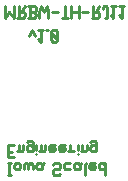
<source format=gbr>
G04 start of page 9 for group -4078 idx -4078 *
G04 Title: (unknown), bottomsilk *
G04 Creator: pcb 20110918 *
G04 CreationDate: Mon 25 Mar 2013 03:10:27 AM GMT UTC *
G04 For: railfan *
G04 Format: Gerber/RS-274X *
G04 PCB-Dimensions: 65000 63000 *
G04 PCB-Coordinate-Origin: lower left *
%MOIN*%
%FSLAX25Y25*%
%LNBOTTOMSILK*%
%ADD38C,0.0100*%
G54D38*X3500Y55500D02*Y59500D01*
Y55500D02*X5000Y57500D01*
X6500Y55500D01*
Y59500D01*
X7700Y55500D02*X9700D01*
X10200Y56000D01*
Y57000D01*
X9700Y57500D02*X10200Y57000D01*
X8200Y57500D02*X9700D01*
X8200Y55500D02*Y59500D01*
X9000Y57500D02*X10200Y59500D01*
X11400D02*X13400D01*
X13900Y59000D01*
Y57800D02*Y59000D01*
X13400Y57300D02*X13900Y57800D01*
X11900Y57300D02*X13400D01*
X11900Y55500D02*Y59500D01*
X11400Y55500D02*X13400D01*
X13900Y56000D01*
Y56800D01*
X13400Y57300D02*X13900Y56800D01*
X15100Y55500D02*Y57500D01*
X15600Y59500D01*
X16600Y57500D01*
X17600Y59500D01*
X18100Y57500D01*
Y55500D02*Y57500D01*
X19300D02*X21300D01*
X22500Y55500D02*X24500D01*
X23500D02*Y59500D01*
X25700Y55500D02*Y59500D01*
X28200Y55500D02*Y59500D01*
X25700Y57500D02*X28200D01*
X29400D02*X31400D01*
X32600Y55500D02*X34600D01*
X35100Y56000D01*
Y57000D01*
X34600Y57500D02*X35100Y57000D01*
X33100Y57500D02*X34600D01*
X33100Y55500D02*Y59500D01*
X33900Y57500D02*X35100Y59500D01*
X37000Y55500D02*X37800D01*
Y59000D01*
X37300Y59500D02*X37800Y59000D01*
X36800Y59500D02*X37300D01*
X36300Y59000D02*X36800Y59500D01*
X36300Y58500D02*Y59000D01*
X39000Y56300D02*X39800Y55500D01*
Y59500D01*
X39000D02*X40500D01*
X41700Y56300D02*X42500Y55500D01*
Y59500D01*
X41700D02*X43200D01*
X11500Y49500D02*X12500Y51500D01*
X13500Y49500D02*X12500Y51500D01*
X14700Y48300D02*X15500Y47500D01*
Y51500D01*
X14700D02*X16200D01*
X17400D02*X17900D01*
X19100Y51000D02*X19600Y51500D01*
X19100Y48000D02*Y51000D01*
Y48000D02*X19600Y47500D01*
X20600D01*
X21100Y48000D01*
Y51000D01*
X20600Y51500D02*X21100Y51000D01*
X19600Y51500D02*X20600D01*
X19100Y50500D02*X21100Y48500D01*
X4500Y3000D02*X5500D01*
X5000D02*Y7000D01*
X4500D02*X5500D01*
X6700Y5500D02*Y6500D01*
Y5500D02*X7200Y5000D01*
X8200D01*
X8700Y5500D01*
Y6500D01*
X8200Y7000D02*X8700Y6500D01*
X7200Y7000D02*X8200D01*
X6700Y6500D02*X7200Y7000D01*
X9900Y5000D02*Y6500D01*
X10400Y7000D01*
X10900D01*
X11400Y6500D01*
Y5000D02*Y6500D01*
X11900Y7000D01*
X12400D01*
X12900Y6500D01*
Y5000D02*Y6500D01*
X15600Y5000D02*X16100Y5500D01*
X14600Y5000D02*X15600D01*
X14100Y5500D02*X14600Y5000D01*
X14100Y5500D02*Y6500D01*
X14600Y7000D01*
X16100Y5000D02*Y6500D01*
X16600Y7000D01*
X14600D02*X15600D01*
X16100Y6500D01*
X21600Y3000D02*X22100Y3500D01*
X20100Y3000D02*X21600D01*
X19600Y3500D02*X20100Y3000D01*
X19600Y3500D02*Y4500D01*
X20100Y5000D01*
X21600D01*
X22100Y5500D01*
Y6500D01*
X21600Y7000D02*X22100Y6500D01*
X20100Y7000D02*X21600D01*
X19600Y6500D02*X20100Y7000D01*
X23800Y5000D02*X25300D01*
X23300Y5500D02*X23800Y5000D01*
X23300Y5500D02*Y6500D01*
X23800Y7000D01*
X25300D01*
X28000Y5000D02*X28500Y5500D01*
X27000Y5000D02*X28000D01*
X26500Y5500D02*X27000Y5000D01*
X26500Y5500D02*Y6500D01*
X27000Y7000D01*
X28500Y5000D02*Y6500D01*
X29000Y7000D01*
X27000D02*X28000D01*
X28500Y6500D01*
X30200Y3000D02*Y6500D01*
X30700Y7000D01*
X32200D02*X33700D01*
X31700Y6500D02*X32200Y7000D01*
X31700Y5500D02*Y6500D01*
Y5500D02*X32200Y5000D01*
X33200D01*
X33700Y5500D01*
X31700Y6000D02*X33700D01*
Y5500D02*Y6000D01*
X36900Y3000D02*Y7000D01*
X36400D02*X36900Y6500D01*
X35400Y7000D02*X36400D01*
X34900Y6500D02*X35400Y7000D01*
X34900Y5500D02*Y6500D01*
Y5500D02*X35400Y5000D01*
X36400D01*
X36900Y5500D01*
X4500Y10800D02*X6000D01*
X4500Y13000D02*X6500D01*
X4500Y9000D02*Y13000D01*
Y9000D02*X6500D01*
X8200Y11500D02*Y13000D01*
Y11500D02*X8700Y11000D01*
X9200D01*
X9700Y11500D01*
Y13000D01*
X7700Y11000D02*X8200Y11500D01*
X12400Y11000D02*X12900Y11500D01*
X11400Y11000D02*X12400D01*
X10900Y11500D02*X11400Y11000D01*
X10900Y11500D02*Y12500D01*
X11400Y13000D01*
X12400D01*
X12900Y12500D01*
X10900Y14000D02*X11400Y14500D01*
X12400D01*
X12900Y14000D01*
Y11000D02*Y14000D01*
X14100Y10000D02*Y10100D01*
Y11500D02*Y13000D01*
X15600Y11500D02*Y13000D01*
Y11500D02*X16100Y11000D01*
X16600D01*
X17100Y11500D01*
Y13000D01*
X15100Y11000D02*X15600Y11500D01*
X18800Y13000D02*X20300D01*
X18300Y12500D02*X18800Y13000D01*
X18300Y11500D02*Y12500D01*
Y11500D02*X18800Y11000D01*
X19800D01*
X20300Y11500D01*
X18300Y12000D02*X20300D01*
Y11500D02*Y12000D01*
X22000Y13000D02*X23500D01*
X21500Y12500D02*X22000Y13000D01*
X21500Y11500D02*Y12500D01*
Y11500D02*X22000Y11000D01*
X23000D01*
X23500Y11500D01*
X21500Y12000D02*X23500D01*
Y11500D02*Y12000D01*
X25200Y11500D02*Y13000D01*
Y11500D02*X25700Y11000D01*
X26700D01*
X24700D02*X25200Y11500D01*
X27900Y10000D02*Y10100D01*
Y11500D02*Y13000D01*
X29400Y11500D02*Y13000D01*
Y11500D02*X29900Y11000D01*
X30400D01*
X30900Y11500D01*
Y13000D01*
X28900Y11000D02*X29400Y11500D01*
X33600Y11000D02*X34100Y11500D01*
X32600Y11000D02*X33600D01*
X32100Y11500D02*X32600Y11000D01*
X32100Y11500D02*Y12500D01*
X32600Y13000D01*
X33600D01*
X34100Y12500D01*
X32100Y14000D02*X32600Y14500D01*
X33600D01*
X34100Y14000D01*
Y11000D02*Y14000D01*
M02*

</source>
